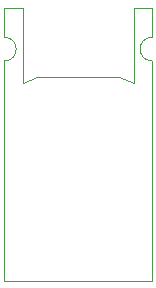
<source format=gbr>
%TF.GenerationSoftware,KiCad,Pcbnew,(6.0.8)*%
%TF.CreationDate,2022-10-30T22:36:46+01:00*%
%TF.ProjectId,epi,6570692e-6b69-4636-9164-5f7063625858,rev?*%
%TF.SameCoordinates,Original*%
%TF.FileFunction,Profile,NP*%
%FSLAX46Y46*%
G04 Gerber Fmt 4.6, Leading zero omitted, Abs format (unit mm)*
G04 Created by KiCad (PCBNEW (6.0.8)) date 2022-10-30 22:36:46*
%MOMM*%
%LPD*%
G01*
G04 APERTURE LIST*
%TA.AperFunction,Profile*%
%ADD10C,0.100000*%
%TD*%
G04 APERTURE END LIST*
D10*
X106250000Y-36300000D02*
X106250000Y-38800000D01*
X93750000Y-36300000D02*
X93750000Y-38800000D01*
X95300000Y-42700000D02*
X96500000Y-42200000D01*
X96500000Y-42200000D02*
X103500000Y-42200000D01*
X106250000Y-38800000D02*
G75*
G03*
X106250000Y-40800000I0J-1000000D01*
G01*
X93750000Y-40800000D02*
G75*
G03*
X93750000Y-38800000I0J1000000D01*
G01*
X104700000Y-36300000D02*
X106250000Y-36300000D01*
X104700000Y-42700000D02*
X104700000Y-36300000D01*
X106250000Y-59400000D02*
X106250000Y-40800000D01*
X93750000Y-59400000D02*
X106250000Y-59400000D01*
X93750000Y-40800000D02*
X93750000Y-59400000D01*
X93750000Y-36300000D02*
X95300000Y-36300000D01*
X95300000Y-36300000D02*
X95300000Y-42700000D01*
X103500000Y-42200000D02*
X104700000Y-42700000D01*
M02*

</source>
